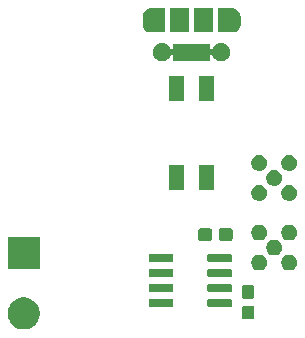
<source format=gts>
G04 #@! TF.GenerationSoftware,KiCad,Pcbnew,(5.1.5-0)*
G04 #@! TF.CreationDate,2021-08-18T08:54:09-06:00*
G04 #@! TF.ProjectId,imon,696d6f6e-2e6b-4696-9361-645f70636258,rev?*
G04 #@! TF.SameCoordinates,Original*
G04 #@! TF.FileFunction,Soldermask,Top*
G04 #@! TF.FilePolarity,Negative*
%FSLAX46Y46*%
G04 Gerber Fmt 4.6, Leading zero omitted, Abs format (unit mm)*
G04 Created by KiCad (PCBNEW (5.1.5-0)) date 2021-08-18 08:54:09*
%MOMM*%
%LPD*%
G04 APERTURE LIST*
%ADD10C,0.100000*%
G04 APERTURE END LIST*
D10*
G36*
X125694072Y-94980918D02*
G01*
X125877182Y-95056764D01*
X125939939Y-95082759D01*
X126013628Y-95131997D01*
X126108311Y-95195262D01*
X126161212Y-95230610D01*
X126349390Y-95418788D01*
X126489886Y-95629053D01*
X126497242Y-95640063D01*
X126545264Y-95756000D01*
X126599082Y-95885928D01*
X126651000Y-96146938D01*
X126651000Y-96413062D01*
X126599082Y-96674072D01*
X126497241Y-96919939D01*
X126349390Y-97141212D01*
X126161212Y-97329390D01*
X125939939Y-97477241D01*
X125939938Y-97477242D01*
X125939937Y-97477242D01*
X125694072Y-97579082D01*
X125433063Y-97631000D01*
X125166937Y-97631000D01*
X124905928Y-97579082D01*
X124660063Y-97477242D01*
X124660062Y-97477242D01*
X124660061Y-97477241D01*
X124438788Y-97329390D01*
X124250610Y-97141212D01*
X124102759Y-96919939D01*
X124000918Y-96674072D01*
X123949000Y-96413062D01*
X123949000Y-96146938D01*
X124000918Y-95885928D01*
X124054736Y-95756000D01*
X124102758Y-95640063D01*
X124110115Y-95629053D01*
X124250610Y-95418788D01*
X124438788Y-95230610D01*
X124491690Y-95195262D01*
X124586372Y-95131997D01*
X124660061Y-95082759D01*
X124722819Y-95056764D01*
X124905928Y-94980918D01*
X125166937Y-94929000D01*
X125433063Y-94929000D01*
X125694072Y-94980918D01*
G37*
G36*
X144664499Y-95628445D02*
G01*
X144701995Y-95639820D01*
X144736554Y-95658292D01*
X144766847Y-95683153D01*
X144791708Y-95713446D01*
X144810180Y-95748005D01*
X144821555Y-95785501D01*
X144826000Y-95830638D01*
X144826000Y-96569362D01*
X144821555Y-96614499D01*
X144810180Y-96651995D01*
X144791708Y-96686554D01*
X144766847Y-96716847D01*
X144736554Y-96741708D01*
X144701995Y-96760180D01*
X144664499Y-96771555D01*
X144619362Y-96776000D01*
X143980638Y-96776000D01*
X143935501Y-96771555D01*
X143898005Y-96760180D01*
X143863446Y-96741708D01*
X143833153Y-96716847D01*
X143808292Y-96686554D01*
X143789820Y-96651995D01*
X143778445Y-96614499D01*
X143774000Y-96569362D01*
X143774000Y-95830638D01*
X143778445Y-95785501D01*
X143789820Y-95748005D01*
X143808292Y-95713446D01*
X143833153Y-95683153D01*
X143863446Y-95658292D01*
X143898005Y-95639820D01*
X143935501Y-95628445D01*
X143980638Y-95624000D01*
X144619362Y-95624000D01*
X144664499Y-95628445D01*
G37*
G36*
X142809928Y-95056764D02*
G01*
X142831009Y-95063160D01*
X142850445Y-95073548D01*
X142867476Y-95087524D01*
X142881452Y-95104555D01*
X142891840Y-95123991D01*
X142898236Y-95145072D01*
X142901000Y-95173140D01*
X142901000Y-95636860D01*
X142898236Y-95664928D01*
X142891840Y-95686009D01*
X142881452Y-95705445D01*
X142867476Y-95722476D01*
X142850445Y-95736452D01*
X142831009Y-95746840D01*
X142809928Y-95753236D01*
X142781860Y-95756000D01*
X140968140Y-95756000D01*
X140940072Y-95753236D01*
X140918991Y-95746840D01*
X140899555Y-95736452D01*
X140882524Y-95722476D01*
X140868548Y-95705445D01*
X140858160Y-95686009D01*
X140851764Y-95664928D01*
X140849000Y-95636860D01*
X140849000Y-95173140D01*
X140851764Y-95145072D01*
X140858160Y-95123991D01*
X140868548Y-95104555D01*
X140882524Y-95087524D01*
X140899555Y-95073548D01*
X140918991Y-95063160D01*
X140940072Y-95056764D01*
X140968140Y-95054000D01*
X142781860Y-95054000D01*
X142809928Y-95056764D01*
G37*
G36*
X137859928Y-95056764D02*
G01*
X137881009Y-95063160D01*
X137900445Y-95073548D01*
X137917476Y-95087524D01*
X137931452Y-95104555D01*
X137941840Y-95123991D01*
X137948236Y-95145072D01*
X137951000Y-95173140D01*
X137951000Y-95636860D01*
X137948236Y-95664928D01*
X137941840Y-95686009D01*
X137931452Y-95705445D01*
X137917476Y-95722476D01*
X137900445Y-95736452D01*
X137881009Y-95746840D01*
X137859928Y-95753236D01*
X137831860Y-95756000D01*
X136018140Y-95756000D01*
X135990072Y-95753236D01*
X135968991Y-95746840D01*
X135949555Y-95736452D01*
X135932524Y-95722476D01*
X135918548Y-95705445D01*
X135908160Y-95686009D01*
X135901764Y-95664928D01*
X135899000Y-95636860D01*
X135899000Y-95173140D01*
X135901764Y-95145072D01*
X135908160Y-95123991D01*
X135918548Y-95104555D01*
X135932524Y-95087524D01*
X135949555Y-95073548D01*
X135968991Y-95063160D01*
X135990072Y-95056764D01*
X136018140Y-95054000D01*
X137831860Y-95054000D01*
X137859928Y-95056764D01*
G37*
G36*
X144664499Y-93878445D02*
G01*
X144701995Y-93889820D01*
X144736554Y-93908292D01*
X144766847Y-93933153D01*
X144791708Y-93963446D01*
X144810180Y-93998005D01*
X144821555Y-94035501D01*
X144826000Y-94080638D01*
X144826000Y-94819362D01*
X144821555Y-94864499D01*
X144810180Y-94901995D01*
X144791708Y-94936554D01*
X144766847Y-94966847D01*
X144736554Y-94991708D01*
X144701995Y-95010180D01*
X144664499Y-95021555D01*
X144619362Y-95026000D01*
X143980638Y-95026000D01*
X143935501Y-95021555D01*
X143898005Y-95010180D01*
X143863446Y-94991708D01*
X143833153Y-94966847D01*
X143808292Y-94936554D01*
X143789820Y-94901995D01*
X143778445Y-94864499D01*
X143774000Y-94819362D01*
X143774000Y-94080638D01*
X143778445Y-94035501D01*
X143789820Y-93998005D01*
X143808292Y-93963446D01*
X143833153Y-93933153D01*
X143863446Y-93908292D01*
X143898005Y-93889820D01*
X143935501Y-93878445D01*
X143980638Y-93874000D01*
X144619362Y-93874000D01*
X144664499Y-93878445D01*
G37*
G36*
X142809928Y-93786764D02*
G01*
X142831009Y-93793160D01*
X142850445Y-93803548D01*
X142867476Y-93817524D01*
X142881452Y-93834555D01*
X142891840Y-93853991D01*
X142898236Y-93875072D01*
X142901000Y-93903140D01*
X142901000Y-94366860D01*
X142898236Y-94394928D01*
X142891840Y-94416009D01*
X142881452Y-94435445D01*
X142867476Y-94452476D01*
X142850445Y-94466452D01*
X142831009Y-94476840D01*
X142809928Y-94483236D01*
X142781860Y-94486000D01*
X140968140Y-94486000D01*
X140940072Y-94483236D01*
X140918991Y-94476840D01*
X140899555Y-94466452D01*
X140882524Y-94452476D01*
X140868548Y-94435445D01*
X140858160Y-94416009D01*
X140851764Y-94394928D01*
X140849000Y-94366860D01*
X140849000Y-93903140D01*
X140851764Y-93875072D01*
X140858160Y-93853991D01*
X140868548Y-93834555D01*
X140882524Y-93817524D01*
X140899555Y-93803548D01*
X140918991Y-93793160D01*
X140940072Y-93786764D01*
X140968140Y-93784000D01*
X142781860Y-93784000D01*
X142809928Y-93786764D01*
G37*
G36*
X137859928Y-93786764D02*
G01*
X137881009Y-93793160D01*
X137900445Y-93803548D01*
X137917476Y-93817524D01*
X137931452Y-93834555D01*
X137941840Y-93853991D01*
X137948236Y-93875072D01*
X137951000Y-93903140D01*
X137951000Y-94366860D01*
X137948236Y-94394928D01*
X137941840Y-94416009D01*
X137931452Y-94435445D01*
X137917476Y-94452476D01*
X137900445Y-94466452D01*
X137881009Y-94476840D01*
X137859928Y-94483236D01*
X137831860Y-94486000D01*
X136018140Y-94486000D01*
X135990072Y-94483236D01*
X135968991Y-94476840D01*
X135949555Y-94466452D01*
X135932524Y-94452476D01*
X135918548Y-94435445D01*
X135908160Y-94416009D01*
X135901764Y-94394928D01*
X135899000Y-94366860D01*
X135899000Y-93903140D01*
X135901764Y-93875072D01*
X135908160Y-93853991D01*
X135918548Y-93834555D01*
X135932524Y-93817524D01*
X135949555Y-93803548D01*
X135968991Y-93793160D01*
X135990072Y-93786764D01*
X136018140Y-93784000D01*
X137831860Y-93784000D01*
X137859928Y-93786764D01*
G37*
G36*
X137859928Y-92516764D02*
G01*
X137881009Y-92523160D01*
X137900445Y-92533548D01*
X137917476Y-92547524D01*
X137931452Y-92564555D01*
X137941840Y-92583991D01*
X137948236Y-92605072D01*
X137951000Y-92633140D01*
X137951000Y-93096860D01*
X137948236Y-93124928D01*
X137941840Y-93146009D01*
X137931452Y-93165445D01*
X137917476Y-93182476D01*
X137900445Y-93196452D01*
X137881009Y-93206840D01*
X137859928Y-93213236D01*
X137831860Y-93216000D01*
X136018140Y-93216000D01*
X135990072Y-93213236D01*
X135968991Y-93206840D01*
X135949555Y-93196452D01*
X135932524Y-93182476D01*
X135918548Y-93165445D01*
X135908160Y-93146009D01*
X135901764Y-93124928D01*
X135899000Y-93096860D01*
X135899000Y-92633140D01*
X135901764Y-92605072D01*
X135908160Y-92583991D01*
X135918548Y-92564555D01*
X135932524Y-92547524D01*
X135949555Y-92533548D01*
X135968991Y-92523160D01*
X135990072Y-92516764D01*
X136018140Y-92514000D01*
X137831860Y-92514000D01*
X137859928Y-92516764D01*
G37*
G36*
X142809928Y-92516764D02*
G01*
X142831009Y-92523160D01*
X142850445Y-92533548D01*
X142867476Y-92547524D01*
X142881452Y-92564555D01*
X142891840Y-92583991D01*
X142898236Y-92605072D01*
X142901000Y-92633140D01*
X142901000Y-93096860D01*
X142898236Y-93124928D01*
X142891840Y-93146009D01*
X142881452Y-93165445D01*
X142867476Y-93182476D01*
X142850445Y-93196452D01*
X142831009Y-93206840D01*
X142809928Y-93213236D01*
X142781860Y-93216000D01*
X140968140Y-93216000D01*
X140940072Y-93213236D01*
X140918991Y-93206840D01*
X140899555Y-93196452D01*
X140882524Y-93182476D01*
X140868548Y-93165445D01*
X140858160Y-93146009D01*
X140851764Y-93124928D01*
X140849000Y-93096860D01*
X140849000Y-92633140D01*
X140851764Y-92605072D01*
X140858160Y-92583991D01*
X140868548Y-92564555D01*
X140882524Y-92547524D01*
X140899555Y-92533548D01*
X140918991Y-92523160D01*
X140940072Y-92516764D01*
X140968140Y-92514000D01*
X142781860Y-92514000D01*
X142809928Y-92516764D01*
G37*
G36*
X147879300Y-91307595D02*
G01*
X147965724Y-91324786D01*
X148087838Y-91375367D01*
X148197738Y-91448800D01*
X148291200Y-91542262D01*
X148364633Y-91652162D01*
X148415214Y-91774276D01*
X148441000Y-91903912D01*
X148441000Y-92036088D01*
X148415214Y-92165724D01*
X148364633Y-92287838D01*
X148291200Y-92397738D01*
X148197738Y-92491200D01*
X148087838Y-92564633D01*
X147965724Y-92615214D01*
X147879300Y-92632405D01*
X147836089Y-92641000D01*
X147703911Y-92641000D01*
X147660700Y-92632405D01*
X147574276Y-92615214D01*
X147452162Y-92564633D01*
X147342262Y-92491200D01*
X147248800Y-92397738D01*
X147175367Y-92287838D01*
X147124786Y-92165724D01*
X147099000Y-92036088D01*
X147099000Y-91903912D01*
X147124786Y-91774276D01*
X147175367Y-91652162D01*
X147248800Y-91542262D01*
X147342262Y-91448800D01*
X147452162Y-91375367D01*
X147574276Y-91324786D01*
X147660700Y-91307595D01*
X147703911Y-91299000D01*
X147836089Y-91299000D01*
X147879300Y-91307595D01*
G37*
G36*
X145339300Y-91307595D02*
G01*
X145425724Y-91324786D01*
X145547838Y-91375367D01*
X145657738Y-91448800D01*
X145751200Y-91542262D01*
X145824633Y-91652162D01*
X145875214Y-91774276D01*
X145901000Y-91903912D01*
X145901000Y-92036088D01*
X145875214Y-92165724D01*
X145824633Y-92287838D01*
X145751200Y-92397738D01*
X145657738Y-92491200D01*
X145547838Y-92564633D01*
X145425724Y-92615214D01*
X145339300Y-92632405D01*
X145296089Y-92641000D01*
X145163911Y-92641000D01*
X145120700Y-92632405D01*
X145034276Y-92615214D01*
X144912162Y-92564633D01*
X144802262Y-92491200D01*
X144708800Y-92397738D01*
X144635367Y-92287838D01*
X144584786Y-92165724D01*
X144559000Y-92036088D01*
X144559000Y-91903912D01*
X144584786Y-91774276D01*
X144635367Y-91652162D01*
X144708800Y-91542262D01*
X144802262Y-91448800D01*
X144912162Y-91375367D01*
X145034276Y-91324786D01*
X145120700Y-91307595D01*
X145163911Y-91299000D01*
X145296089Y-91299000D01*
X145339300Y-91307595D01*
G37*
G36*
X126651000Y-92551000D02*
G01*
X123949000Y-92551000D01*
X123949000Y-89849000D01*
X126651000Y-89849000D01*
X126651000Y-92551000D01*
G37*
G36*
X137859928Y-91246764D02*
G01*
X137881009Y-91253160D01*
X137900445Y-91263548D01*
X137917476Y-91277524D01*
X137931452Y-91294555D01*
X137941840Y-91313991D01*
X137948236Y-91335072D01*
X137951000Y-91363140D01*
X137951000Y-91826860D01*
X137948236Y-91854928D01*
X137941840Y-91876009D01*
X137931452Y-91895445D01*
X137917476Y-91912476D01*
X137900445Y-91926452D01*
X137881009Y-91936840D01*
X137859928Y-91943236D01*
X137831860Y-91946000D01*
X136018140Y-91946000D01*
X135990072Y-91943236D01*
X135968991Y-91936840D01*
X135949555Y-91926452D01*
X135932524Y-91912476D01*
X135918548Y-91895445D01*
X135908160Y-91876009D01*
X135901764Y-91854928D01*
X135899000Y-91826860D01*
X135899000Y-91363140D01*
X135901764Y-91335072D01*
X135908160Y-91313991D01*
X135918548Y-91294555D01*
X135932524Y-91277524D01*
X135949555Y-91263548D01*
X135968991Y-91253160D01*
X135990072Y-91246764D01*
X136018140Y-91244000D01*
X137831860Y-91244000D01*
X137859928Y-91246764D01*
G37*
G36*
X142809928Y-91246764D02*
G01*
X142831009Y-91253160D01*
X142850445Y-91263548D01*
X142867476Y-91277524D01*
X142881452Y-91294555D01*
X142891840Y-91313991D01*
X142898236Y-91335072D01*
X142901000Y-91363140D01*
X142901000Y-91826860D01*
X142898236Y-91854928D01*
X142891840Y-91876009D01*
X142881452Y-91895445D01*
X142867476Y-91912476D01*
X142850445Y-91926452D01*
X142831009Y-91936840D01*
X142809928Y-91943236D01*
X142781860Y-91946000D01*
X140968140Y-91946000D01*
X140940072Y-91943236D01*
X140918991Y-91936840D01*
X140899555Y-91926452D01*
X140882524Y-91912476D01*
X140868548Y-91895445D01*
X140858160Y-91876009D01*
X140851764Y-91854928D01*
X140849000Y-91826860D01*
X140849000Y-91363140D01*
X140851764Y-91335072D01*
X140858160Y-91313991D01*
X140868548Y-91294555D01*
X140882524Y-91277524D01*
X140899555Y-91263548D01*
X140918991Y-91253160D01*
X140940072Y-91246764D01*
X140968140Y-91244000D01*
X142781860Y-91244000D01*
X142809928Y-91246764D01*
G37*
G36*
X146604065Y-90036554D02*
G01*
X146695724Y-90054786D01*
X146817838Y-90105367D01*
X146927738Y-90178800D01*
X147021200Y-90272262D01*
X147094633Y-90382162D01*
X147145214Y-90504276D01*
X147171000Y-90633912D01*
X147171000Y-90766088D01*
X147145214Y-90895724D01*
X147094633Y-91017838D01*
X147021200Y-91127738D01*
X146927738Y-91221200D01*
X146817838Y-91294633D01*
X146695724Y-91345214D01*
X146609300Y-91362405D01*
X146566089Y-91371000D01*
X146433911Y-91371000D01*
X146390700Y-91362405D01*
X146304276Y-91345214D01*
X146182162Y-91294633D01*
X146072262Y-91221200D01*
X145978800Y-91127738D01*
X145905367Y-91017838D01*
X145854786Y-90895724D01*
X145829000Y-90766088D01*
X145829000Y-90633912D01*
X145854786Y-90504276D01*
X145905367Y-90382162D01*
X145978800Y-90272262D01*
X146072262Y-90178800D01*
X146182162Y-90105367D01*
X146304276Y-90054786D01*
X146395935Y-90036554D01*
X146433911Y-90029000D01*
X146566089Y-90029000D01*
X146604065Y-90036554D01*
G37*
G36*
X142814499Y-89078445D02*
G01*
X142851995Y-89089820D01*
X142886554Y-89108292D01*
X142916847Y-89133153D01*
X142941708Y-89163446D01*
X142960180Y-89198005D01*
X142971555Y-89235501D01*
X142976000Y-89280638D01*
X142976000Y-89919362D01*
X142971555Y-89964499D01*
X142960180Y-90001995D01*
X142941708Y-90036554D01*
X142916847Y-90066847D01*
X142886554Y-90091708D01*
X142851995Y-90110180D01*
X142814499Y-90121555D01*
X142769362Y-90126000D01*
X142030638Y-90126000D01*
X141985501Y-90121555D01*
X141948005Y-90110180D01*
X141913446Y-90091708D01*
X141883153Y-90066847D01*
X141858292Y-90036554D01*
X141839820Y-90001995D01*
X141828445Y-89964499D01*
X141824000Y-89919362D01*
X141824000Y-89280638D01*
X141828445Y-89235501D01*
X141839820Y-89198005D01*
X141858292Y-89163446D01*
X141883153Y-89133153D01*
X141913446Y-89108292D01*
X141948005Y-89089820D01*
X141985501Y-89078445D01*
X142030638Y-89074000D01*
X142769362Y-89074000D01*
X142814499Y-89078445D01*
G37*
G36*
X141064499Y-89078445D02*
G01*
X141101995Y-89089820D01*
X141136554Y-89108292D01*
X141166847Y-89133153D01*
X141191708Y-89163446D01*
X141210180Y-89198005D01*
X141221555Y-89235501D01*
X141226000Y-89280638D01*
X141226000Y-89919362D01*
X141221555Y-89964499D01*
X141210180Y-90001995D01*
X141191708Y-90036554D01*
X141166847Y-90066847D01*
X141136554Y-90091708D01*
X141101995Y-90110180D01*
X141064499Y-90121555D01*
X141019362Y-90126000D01*
X140280638Y-90126000D01*
X140235501Y-90121555D01*
X140198005Y-90110180D01*
X140163446Y-90091708D01*
X140133153Y-90066847D01*
X140108292Y-90036554D01*
X140089820Y-90001995D01*
X140078445Y-89964499D01*
X140074000Y-89919362D01*
X140074000Y-89280638D01*
X140078445Y-89235501D01*
X140089820Y-89198005D01*
X140108292Y-89163446D01*
X140133153Y-89133153D01*
X140163446Y-89108292D01*
X140198005Y-89089820D01*
X140235501Y-89078445D01*
X140280638Y-89074000D01*
X141019362Y-89074000D01*
X141064499Y-89078445D01*
G37*
G36*
X147879300Y-88767595D02*
G01*
X147965724Y-88784786D01*
X148087838Y-88835367D01*
X148197738Y-88908800D01*
X148291200Y-89002262D01*
X148364633Y-89112162D01*
X148415214Y-89234276D01*
X148441000Y-89363912D01*
X148441000Y-89496088D01*
X148415214Y-89625724D01*
X148364633Y-89747838D01*
X148291200Y-89857738D01*
X148197738Y-89951200D01*
X148087838Y-90024633D01*
X147965724Y-90075214D01*
X147882802Y-90091708D01*
X147836089Y-90101000D01*
X147703911Y-90101000D01*
X147657198Y-90091708D01*
X147574276Y-90075214D01*
X147452162Y-90024633D01*
X147342262Y-89951200D01*
X147248800Y-89857738D01*
X147175367Y-89747838D01*
X147124786Y-89625724D01*
X147099000Y-89496088D01*
X147099000Y-89363912D01*
X147124786Y-89234276D01*
X147175367Y-89112162D01*
X147248800Y-89002262D01*
X147342262Y-88908800D01*
X147452162Y-88835367D01*
X147574276Y-88784786D01*
X147660700Y-88767595D01*
X147703911Y-88759000D01*
X147836089Y-88759000D01*
X147879300Y-88767595D01*
G37*
G36*
X145339300Y-88767595D02*
G01*
X145425724Y-88784786D01*
X145547838Y-88835367D01*
X145657738Y-88908800D01*
X145751200Y-89002262D01*
X145824633Y-89112162D01*
X145875214Y-89234276D01*
X145901000Y-89363912D01*
X145901000Y-89496088D01*
X145875214Y-89625724D01*
X145824633Y-89747838D01*
X145751200Y-89857738D01*
X145657738Y-89951200D01*
X145547838Y-90024633D01*
X145425724Y-90075214D01*
X145342802Y-90091708D01*
X145296089Y-90101000D01*
X145163911Y-90101000D01*
X145117198Y-90091708D01*
X145034276Y-90075214D01*
X144912162Y-90024633D01*
X144802262Y-89951200D01*
X144708800Y-89857738D01*
X144635367Y-89747838D01*
X144584786Y-89625724D01*
X144559000Y-89496088D01*
X144559000Y-89363912D01*
X144584786Y-89234276D01*
X144635367Y-89112162D01*
X144708800Y-89002262D01*
X144802262Y-88908800D01*
X144912162Y-88835367D01*
X145034276Y-88784786D01*
X145120700Y-88767595D01*
X145163911Y-88759000D01*
X145296089Y-88759000D01*
X145339300Y-88767595D01*
G37*
G36*
X147879300Y-85407595D02*
G01*
X147965724Y-85424786D01*
X148087838Y-85475367D01*
X148197738Y-85548800D01*
X148291200Y-85642262D01*
X148364633Y-85752162D01*
X148415214Y-85874276D01*
X148441000Y-86003912D01*
X148441000Y-86136088D01*
X148415214Y-86265724D01*
X148364633Y-86387838D01*
X148291200Y-86497738D01*
X148197738Y-86591200D01*
X148087838Y-86664633D01*
X147965724Y-86715214D01*
X147879300Y-86732405D01*
X147836089Y-86741000D01*
X147703911Y-86741000D01*
X147660700Y-86732405D01*
X147574276Y-86715214D01*
X147452162Y-86664633D01*
X147342262Y-86591200D01*
X147248800Y-86497738D01*
X147175367Y-86387838D01*
X147124786Y-86265724D01*
X147099000Y-86136088D01*
X147099000Y-86003912D01*
X147124786Y-85874276D01*
X147175367Y-85752162D01*
X147248800Y-85642262D01*
X147342262Y-85548800D01*
X147452162Y-85475367D01*
X147574276Y-85424786D01*
X147660700Y-85407595D01*
X147703911Y-85399000D01*
X147836089Y-85399000D01*
X147879300Y-85407595D01*
G37*
G36*
X145339300Y-85407595D02*
G01*
X145425724Y-85424786D01*
X145547838Y-85475367D01*
X145657738Y-85548800D01*
X145751200Y-85642262D01*
X145824633Y-85752162D01*
X145875214Y-85874276D01*
X145901000Y-86003912D01*
X145901000Y-86136088D01*
X145875214Y-86265724D01*
X145824633Y-86387838D01*
X145751200Y-86497738D01*
X145657738Y-86591200D01*
X145547838Y-86664633D01*
X145425724Y-86715214D01*
X145339300Y-86732405D01*
X145296089Y-86741000D01*
X145163911Y-86741000D01*
X145120700Y-86732405D01*
X145034276Y-86715214D01*
X144912162Y-86664633D01*
X144802262Y-86591200D01*
X144708800Y-86497738D01*
X144635367Y-86387838D01*
X144584786Y-86265724D01*
X144559000Y-86136088D01*
X144559000Y-86003912D01*
X144584786Y-85874276D01*
X144635367Y-85752162D01*
X144708800Y-85642262D01*
X144802262Y-85548800D01*
X144912162Y-85475367D01*
X145034276Y-85424786D01*
X145120700Y-85407595D01*
X145163911Y-85399000D01*
X145296089Y-85399000D01*
X145339300Y-85407595D01*
G37*
G36*
X138881000Y-85801000D02*
G01*
X137579000Y-85801000D01*
X137579000Y-83699000D01*
X138881000Y-83699000D01*
X138881000Y-85801000D01*
G37*
G36*
X141421000Y-85801000D02*
G01*
X140119000Y-85801000D01*
X140119000Y-83699000D01*
X141421000Y-83699000D01*
X141421000Y-85801000D01*
G37*
G36*
X146609300Y-84137595D02*
G01*
X146695724Y-84154786D01*
X146817838Y-84205367D01*
X146927738Y-84278800D01*
X147021200Y-84372262D01*
X147094633Y-84482162D01*
X147145214Y-84604276D01*
X147171000Y-84733912D01*
X147171000Y-84866088D01*
X147145214Y-84995724D01*
X147094633Y-85117838D01*
X147021200Y-85227738D01*
X146927738Y-85321200D01*
X146817838Y-85394633D01*
X146695724Y-85445214D01*
X146609300Y-85462405D01*
X146566089Y-85471000D01*
X146433911Y-85471000D01*
X146390700Y-85462405D01*
X146304276Y-85445214D01*
X146182162Y-85394633D01*
X146072262Y-85321200D01*
X145978800Y-85227738D01*
X145905367Y-85117838D01*
X145854786Y-84995724D01*
X145829000Y-84866088D01*
X145829000Y-84733912D01*
X145854786Y-84604276D01*
X145905367Y-84482162D01*
X145978800Y-84372262D01*
X146072262Y-84278800D01*
X146182162Y-84205367D01*
X146304276Y-84154786D01*
X146390700Y-84137595D01*
X146433911Y-84129000D01*
X146566089Y-84129000D01*
X146609300Y-84137595D01*
G37*
G36*
X147879300Y-82867595D02*
G01*
X147965724Y-82884786D01*
X148087838Y-82935367D01*
X148197738Y-83008800D01*
X148291200Y-83102262D01*
X148364633Y-83212162D01*
X148415214Y-83334276D01*
X148441000Y-83463912D01*
X148441000Y-83596088D01*
X148415214Y-83725724D01*
X148364633Y-83847838D01*
X148291200Y-83957738D01*
X148197738Y-84051200D01*
X148087838Y-84124633D01*
X147965724Y-84175214D01*
X147879300Y-84192405D01*
X147836089Y-84201000D01*
X147703911Y-84201000D01*
X147660700Y-84192405D01*
X147574276Y-84175214D01*
X147452162Y-84124633D01*
X147342262Y-84051200D01*
X147248800Y-83957738D01*
X147175367Y-83847838D01*
X147124786Y-83725724D01*
X147099000Y-83596088D01*
X147099000Y-83463912D01*
X147124786Y-83334276D01*
X147175367Y-83212162D01*
X147248800Y-83102262D01*
X147342262Y-83008800D01*
X147452162Y-82935367D01*
X147574276Y-82884786D01*
X147660700Y-82867595D01*
X147703911Y-82859000D01*
X147836089Y-82859000D01*
X147879300Y-82867595D01*
G37*
G36*
X145339300Y-82867595D02*
G01*
X145425724Y-82884786D01*
X145547838Y-82935367D01*
X145657738Y-83008800D01*
X145751200Y-83102262D01*
X145824633Y-83212162D01*
X145875214Y-83334276D01*
X145901000Y-83463912D01*
X145901000Y-83596088D01*
X145875214Y-83725724D01*
X145824633Y-83847838D01*
X145751200Y-83957738D01*
X145657738Y-84051200D01*
X145547838Y-84124633D01*
X145425724Y-84175214D01*
X145339300Y-84192405D01*
X145296089Y-84201000D01*
X145163911Y-84201000D01*
X145120700Y-84192405D01*
X145034276Y-84175214D01*
X144912162Y-84124633D01*
X144802262Y-84051200D01*
X144708800Y-83957738D01*
X144635367Y-83847838D01*
X144584786Y-83725724D01*
X144559000Y-83596088D01*
X144559000Y-83463912D01*
X144584786Y-83334276D01*
X144635367Y-83212162D01*
X144708800Y-83102262D01*
X144802262Y-83008800D01*
X144912162Y-82935367D01*
X145034276Y-82884786D01*
X145120700Y-82867595D01*
X145163911Y-82859000D01*
X145296089Y-82859000D01*
X145339300Y-82867595D01*
G37*
G36*
X141421000Y-78301000D02*
G01*
X140119000Y-78301000D01*
X140119000Y-76199000D01*
X141421000Y-76199000D01*
X141421000Y-78301000D01*
G37*
G36*
X138881000Y-78301000D02*
G01*
X137579000Y-78301000D01*
X137579000Y-76199000D01*
X138881000Y-76199000D01*
X138881000Y-78301000D01*
G37*
G36*
X137226348Y-73416320D02*
G01*
X137226350Y-73416321D01*
X137226351Y-73416321D01*
X137367574Y-73474817D01*
X137367577Y-73474819D01*
X137494669Y-73559739D01*
X137602761Y-73667831D01*
X137659375Y-73752560D01*
X137687683Y-73794926D01*
X137708517Y-73845225D01*
X137720068Y-73866836D01*
X137735614Y-73885778D01*
X137754556Y-73901323D01*
X137776166Y-73912874D01*
X137799615Y-73919987D01*
X137824001Y-73922389D01*
X137848387Y-73919987D01*
X137871836Y-73912874D01*
X137893447Y-73901323D01*
X137912389Y-73885777D01*
X137927934Y-73866835D01*
X137939485Y-73845225D01*
X137946598Y-73821776D01*
X137949000Y-73797390D01*
X137949000Y-73436500D01*
X141051000Y-73436500D01*
X141051000Y-73797390D01*
X141053402Y-73821776D01*
X141060515Y-73845225D01*
X141072066Y-73866836D01*
X141087611Y-73885778D01*
X141106553Y-73901323D01*
X141128164Y-73912874D01*
X141151613Y-73919987D01*
X141175999Y-73922389D01*
X141200385Y-73919987D01*
X141223834Y-73912874D01*
X141245445Y-73901323D01*
X141264387Y-73885778D01*
X141279932Y-73866836D01*
X141291483Y-73845225D01*
X141312317Y-73794926D01*
X141340625Y-73752560D01*
X141397239Y-73667831D01*
X141505331Y-73559739D01*
X141632423Y-73474819D01*
X141632426Y-73474817D01*
X141773649Y-73416321D01*
X141773650Y-73416321D01*
X141773652Y-73416320D01*
X141923569Y-73386500D01*
X142076431Y-73386500D01*
X142226348Y-73416320D01*
X142226350Y-73416321D01*
X142226351Y-73416321D01*
X142367574Y-73474817D01*
X142367577Y-73474819D01*
X142494669Y-73559739D01*
X142602761Y-73667831D01*
X142687681Y-73794923D01*
X142687683Y-73794926D01*
X142746179Y-73936149D01*
X142776000Y-74086071D01*
X142776000Y-74238929D01*
X142746179Y-74388851D01*
X142687683Y-74530074D01*
X142687682Y-74530075D01*
X142687681Y-74530077D01*
X142602761Y-74657169D01*
X142494669Y-74765261D01*
X142367577Y-74850181D01*
X142367574Y-74850183D01*
X142226351Y-74908679D01*
X142226350Y-74908679D01*
X142226348Y-74908680D01*
X142076431Y-74938500D01*
X141923569Y-74938500D01*
X141773652Y-74908680D01*
X141773650Y-74908679D01*
X141773649Y-74908679D01*
X141632426Y-74850183D01*
X141632423Y-74850181D01*
X141505331Y-74765261D01*
X141397239Y-74657169D01*
X141312318Y-74530075D01*
X141312317Y-74530074D01*
X141291481Y-74479772D01*
X141279932Y-74458164D01*
X141264386Y-74439222D01*
X141245444Y-74423677D01*
X141223834Y-74412126D01*
X141200385Y-74405013D01*
X141175999Y-74402611D01*
X141151613Y-74405013D01*
X141128164Y-74412126D01*
X141106553Y-74423677D01*
X141087611Y-74439223D01*
X141072066Y-74458165D01*
X141060515Y-74479775D01*
X141053402Y-74503224D01*
X141051000Y-74527610D01*
X141051000Y-74888500D01*
X137949000Y-74888500D01*
X137949000Y-74527610D01*
X137946598Y-74503224D01*
X137939485Y-74479775D01*
X137927934Y-74458164D01*
X137912389Y-74439222D01*
X137893447Y-74423677D01*
X137871836Y-74412126D01*
X137848387Y-74405013D01*
X137824001Y-74402611D01*
X137799615Y-74405013D01*
X137776166Y-74412126D01*
X137754555Y-74423677D01*
X137735613Y-74439222D01*
X137720068Y-74458164D01*
X137708519Y-74479772D01*
X137687683Y-74530074D01*
X137687682Y-74530075D01*
X137602761Y-74657169D01*
X137494669Y-74765261D01*
X137367577Y-74850181D01*
X137367574Y-74850183D01*
X137226351Y-74908679D01*
X137226350Y-74908679D01*
X137226348Y-74908680D01*
X137076431Y-74938500D01*
X136923569Y-74938500D01*
X136773652Y-74908680D01*
X136773650Y-74908679D01*
X136773649Y-74908679D01*
X136632426Y-74850183D01*
X136632423Y-74850181D01*
X136505331Y-74765261D01*
X136397239Y-74657169D01*
X136312319Y-74530077D01*
X136312318Y-74530075D01*
X136312317Y-74530074D01*
X136253821Y-74388851D01*
X136224000Y-74238929D01*
X136224000Y-74086071D01*
X136253821Y-73936149D01*
X136312317Y-73794926D01*
X136312319Y-73794923D01*
X136397239Y-73667831D01*
X136505331Y-73559739D01*
X136632423Y-73474819D01*
X136632426Y-73474817D01*
X136773649Y-73416321D01*
X136773650Y-73416321D01*
X136773652Y-73416320D01*
X136923569Y-73386500D01*
X137076431Y-73386500D01*
X137226348Y-73416320D01*
G37*
G36*
X136025862Y-70460898D02*
G01*
X136038114Y-70461500D01*
X137251000Y-70461500D01*
X137251000Y-72463500D01*
X136038114Y-72463500D01*
X136025862Y-72464102D01*
X136000000Y-72466649D01*
X135974138Y-72464102D01*
X135961886Y-72463500D01*
X135888594Y-72463500D01*
X135871836Y-72454543D01*
X135860299Y-72450415D01*
X135775307Y-72424632D01*
X135749664Y-72416854D01*
X135636575Y-72356406D01*
X135537447Y-72275054D01*
X135456094Y-72175924D01*
X135395646Y-72062835D01*
X135385960Y-72030903D01*
X135358420Y-71940117D01*
X135349000Y-71844472D01*
X135349000Y-71080527D01*
X135358420Y-70984882D01*
X135395645Y-70862168D01*
X135456096Y-70749074D01*
X135537447Y-70649946D01*
X135636576Y-70568594D01*
X135749666Y-70508146D01*
X135749669Y-70508145D01*
X135860290Y-70474588D01*
X135882925Y-70465212D01*
X135888481Y-70461500D01*
X135961886Y-70461500D01*
X135974138Y-70460898D01*
X136000000Y-70458351D01*
X136025862Y-70460898D01*
G37*
G36*
X143025862Y-70460898D02*
G01*
X143038114Y-70461500D01*
X143111406Y-70461500D01*
X143128164Y-70470457D01*
X143139707Y-70474587D01*
X143250331Y-70508145D01*
X143250334Y-70508146D01*
X143363424Y-70568594D01*
X143462554Y-70649947D01*
X143543906Y-70749075D01*
X143604354Y-70862164D01*
X143614040Y-70894096D01*
X143641580Y-70984882D01*
X143651000Y-71080527D01*
X143651000Y-71844473D01*
X143641580Y-71940118D01*
X143614040Y-72030904D01*
X143604354Y-72062836D01*
X143543906Y-72175925D01*
X143462554Y-72275054D01*
X143363425Y-72356406D01*
X143250336Y-72416854D01*
X143224693Y-72424632D01*
X143139708Y-72450413D01*
X143117075Y-72459787D01*
X143111518Y-72463500D01*
X143038114Y-72463500D01*
X143025862Y-72464102D01*
X143000000Y-72466649D01*
X142974138Y-72464102D01*
X142961886Y-72463500D01*
X141749000Y-72463500D01*
X141749000Y-70461500D01*
X142961886Y-70461500D01*
X142974138Y-70460898D01*
X143000000Y-70458351D01*
X143025862Y-70460898D01*
G37*
G36*
X141301000Y-72463500D02*
G01*
X139699000Y-72463500D01*
X139699000Y-70461500D01*
X141301000Y-70461500D01*
X141301000Y-72463500D01*
G37*
G36*
X139301000Y-72463500D02*
G01*
X137699000Y-72463500D01*
X137699000Y-70461500D01*
X139301000Y-70461500D01*
X139301000Y-72463500D01*
G37*
M02*

</source>
